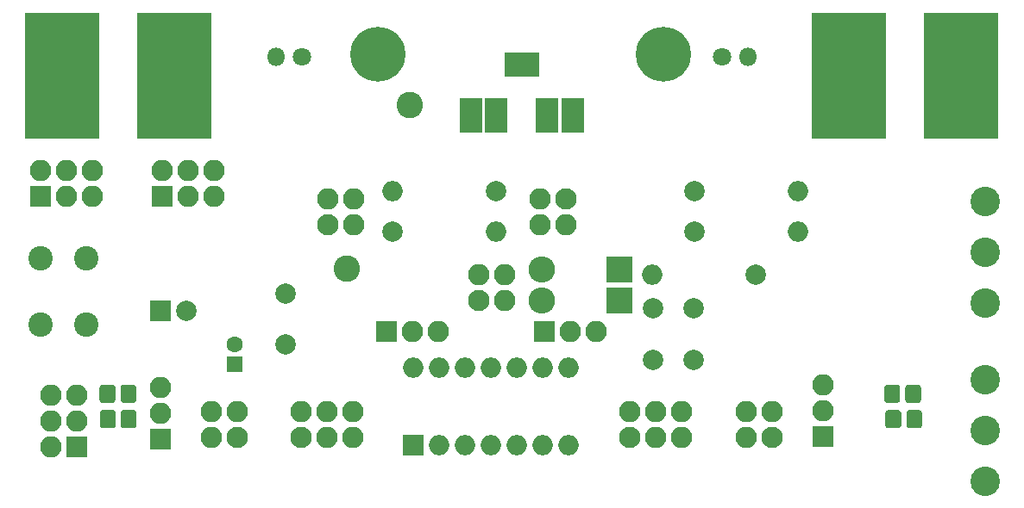
<source format=gbr>
G04 #@! TF.GenerationSoftware,KiCad,Pcbnew,(5.0.0)*
G04 #@! TF.CreationDate,2019-02-22T15:53:22+00:00*
G04 #@! TF.ProjectId,Digisynth,4469676973796E74682E6B696361645F,rev?*
G04 #@! TF.SameCoordinates,Original*
G04 #@! TF.FileFunction,Soldermask,Bot*
G04 #@! TF.FilePolarity,Negative*
%FSLAX46Y46*%
G04 Gerber Fmt 4.6, Leading zero omitted, Abs format (unit mm)*
G04 Created by KiCad (PCBNEW (5.0.0)) date 02/22/19 15:53:22*
%MOMM*%
%LPD*%
G01*
G04 APERTURE LIST*
%ADD10R,2.200000X3.400000*%
%ADD11R,3.400000X2.400000*%
%ADD12C,2.900000*%
%ADD13C,0.100000*%
%ADD14C,1.550000*%
%ADD15C,2.000000*%
%ADD16O,2.000000X2.000000*%
%ADD17O,2.600000X2.600000*%
%ADD18R,2.600000X2.600000*%
%ADD19O,2.100000X2.100000*%
%ADD20R,2.100000X2.100000*%
%ADD21C,2.100000*%
%ADD22C,5.400000*%
%ADD23R,1.600000X1.600000*%
%ADD24C,1.600000*%
%ADD25R,2.000000X2.000000*%
%ADD26O,1.800000X1.800000*%
%ADD27C,1.800000*%
%ADD28C,2.400000*%
%ADD29R,7.400000X12.400000*%
%ADD30C,2.600000*%
G04 APERTURE END LIST*
D10*
G04 #@! TO.C,J12*
X53500000Y-10000000D03*
X56000000Y-10000000D03*
X48500000Y-10000000D03*
X46000000Y-10000000D03*
D11*
X51000000Y-5000000D03*
G04 #@! TD*
D12*
G04 #@! TO.C,RV1*
X96500000Y-46000000D03*
X96500000Y-41000000D03*
X96500000Y-36000000D03*
G04 #@! TD*
D13*
G04 #@! TO.C,D4*
G36*
X12871071Y-36501623D02*
X12903781Y-36506475D01*
X12935857Y-36514509D01*
X12966991Y-36525649D01*
X12996884Y-36539787D01*
X13025247Y-36556787D01*
X13051807Y-36576485D01*
X13076308Y-36598692D01*
X13098515Y-36623193D01*
X13118213Y-36649753D01*
X13135213Y-36678116D01*
X13149351Y-36708009D01*
X13160491Y-36739143D01*
X13168525Y-36771219D01*
X13173377Y-36803929D01*
X13175000Y-36836956D01*
X13175000Y-37963044D01*
X13173377Y-37996071D01*
X13168525Y-38028781D01*
X13160491Y-38060857D01*
X13149351Y-38091991D01*
X13135213Y-38121884D01*
X13118213Y-38150247D01*
X13098515Y-38176807D01*
X13076308Y-38201308D01*
X13051807Y-38223515D01*
X13025247Y-38243213D01*
X12996884Y-38260213D01*
X12966991Y-38274351D01*
X12935857Y-38285491D01*
X12903781Y-38293525D01*
X12871071Y-38298377D01*
X12838044Y-38300000D01*
X11961956Y-38300000D01*
X11928929Y-38298377D01*
X11896219Y-38293525D01*
X11864143Y-38285491D01*
X11833009Y-38274351D01*
X11803116Y-38260213D01*
X11774753Y-38243213D01*
X11748193Y-38223515D01*
X11723692Y-38201308D01*
X11701485Y-38176807D01*
X11681787Y-38150247D01*
X11664787Y-38121884D01*
X11650649Y-38091991D01*
X11639509Y-38060857D01*
X11631475Y-38028781D01*
X11626623Y-37996071D01*
X11625000Y-37963044D01*
X11625000Y-36836956D01*
X11626623Y-36803929D01*
X11631475Y-36771219D01*
X11639509Y-36739143D01*
X11650649Y-36708009D01*
X11664787Y-36678116D01*
X11681787Y-36649753D01*
X11701485Y-36623193D01*
X11723692Y-36598692D01*
X11748193Y-36576485D01*
X11774753Y-36556787D01*
X11803116Y-36539787D01*
X11833009Y-36525649D01*
X11864143Y-36514509D01*
X11896219Y-36506475D01*
X11928929Y-36501623D01*
X11961956Y-36500000D01*
X12838044Y-36500000D01*
X12871071Y-36501623D01*
X12871071Y-36501623D01*
G37*
D14*
X12400000Y-37400000D03*
D13*
G36*
X10821071Y-36501623D02*
X10853781Y-36506475D01*
X10885857Y-36514509D01*
X10916991Y-36525649D01*
X10946884Y-36539787D01*
X10975247Y-36556787D01*
X11001807Y-36576485D01*
X11026308Y-36598692D01*
X11048515Y-36623193D01*
X11068213Y-36649753D01*
X11085213Y-36678116D01*
X11099351Y-36708009D01*
X11110491Y-36739143D01*
X11118525Y-36771219D01*
X11123377Y-36803929D01*
X11125000Y-36836956D01*
X11125000Y-37963044D01*
X11123377Y-37996071D01*
X11118525Y-38028781D01*
X11110491Y-38060857D01*
X11099351Y-38091991D01*
X11085213Y-38121884D01*
X11068213Y-38150247D01*
X11048515Y-38176807D01*
X11026308Y-38201308D01*
X11001807Y-38223515D01*
X10975247Y-38243213D01*
X10946884Y-38260213D01*
X10916991Y-38274351D01*
X10885857Y-38285491D01*
X10853781Y-38293525D01*
X10821071Y-38298377D01*
X10788044Y-38300000D01*
X9911956Y-38300000D01*
X9878929Y-38298377D01*
X9846219Y-38293525D01*
X9814143Y-38285491D01*
X9783009Y-38274351D01*
X9753116Y-38260213D01*
X9724753Y-38243213D01*
X9698193Y-38223515D01*
X9673692Y-38201308D01*
X9651485Y-38176807D01*
X9631787Y-38150247D01*
X9614787Y-38121884D01*
X9600649Y-38091991D01*
X9589509Y-38060857D01*
X9581475Y-38028781D01*
X9576623Y-37996071D01*
X9575000Y-37963044D01*
X9575000Y-36836956D01*
X9576623Y-36803929D01*
X9581475Y-36771219D01*
X9589509Y-36739143D01*
X9600649Y-36708009D01*
X9614787Y-36678116D01*
X9631787Y-36649753D01*
X9651485Y-36623193D01*
X9673692Y-36598692D01*
X9698193Y-36576485D01*
X9724753Y-36556787D01*
X9753116Y-36539787D01*
X9783009Y-36525649D01*
X9814143Y-36514509D01*
X9846219Y-36506475D01*
X9878929Y-36501623D01*
X9911956Y-36500000D01*
X10788044Y-36500000D01*
X10821071Y-36501623D01*
X10821071Y-36501623D01*
G37*
D14*
X10350000Y-37400000D03*
G04 #@! TD*
D13*
G04 #@! TO.C,D3*
G36*
X87846071Y-36501623D02*
X87878781Y-36506475D01*
X87910857Y-36514509D01*
X87941991Y-36525649D01*
X87971884Y-36539787D01*
X88000247Y-36556787D01*
X88026807Y-36576485D01*
X88051308Y-36598692D01*
X88073515Y-36623193D01*
X88093213Y-36649753D01*
X88110213Y-36678116D01*
X88124351Y-36708009D01*
X88135491Y-36739143D01*
X88143525Y-36771219D01*
X88148377Y-36803929D01*
X88150000Y-36836956D01*
X88150000Y-37963044D01*
X88148377Y-37996071D01*
X88143525Y-38028781D01*
X88135491Y-38060857D01*
X88124351Y-38091991D01*
X88110213Y-38121884D01*
X88093213Y-38150247D01*
X88073515Y-38176807D01*
X88051308Y-38201308D01*
X88026807Y-38223515D01*
X88000247Y-38243213D01*
X87971884Y-38260213D01*
X87941991Y-38274351D01*
X87910857Y-38285491D01*
X87878781Y-38293525D01*
X87846071Y-38298377D01*
X87813044Y-38300000D01*
X86936956Y-38300000D01*
X86903929Y-38298377D01*
X86871219Y-38293525D01*
X86839143Y-38285491D01*
X86808009Y-38274351D01*
X86778116Y-38260213D01*
X86749753Y-38243213D01*
X86723193Y-38223515D01*
X86698692Y-38201308D01*
X86676485Y-38176807D01*
X86656787Y-38150247D01*
X86639787Y-38121884D01*
X86625649Y-38091991D01*
X86614509Y-38060857D01*
X86606475Y-38028781D01*
X86601623Y-37996071D01*
X86600000Y-37963044D01*
X86600000Y-36836956D01*
X86601623Y-36803929D01*
X86606475Y-36771219D01*
X86614509Y-36739143D01*
X86625649Y-36708009D01*
X86639787Y-36678116D01*
X86656787Y-36649753D01*
X86676485Y-36623193D01*
X86698692Y-36598692D01*
X86723193Y-36576485D01*
X86749753Y-36556787D01*
X86778116Y-36539787D01*
X86808009Y-36525649D01*
X86839143Y-36514509D01*
X86871219Y-36506475D01*
X86903929Y-36501623D01*
X86936956Y-36500000D01*
X87813044Y-36500000D01*
X87846071Y-36501623D01*
X87846071Y-36501623D01*
G37*
D14*
X87375000Y-37400000D03*
D13*
G36*
X89896071Y-36501623D02*
X89928781Y-36506475D01*
X89960857Y-36514509D01*
X89991991Y-36525649D01*
X90021884Y-36539787D01*
X90050247Y-36556787D01*
X90076807Y-36576485D01*
X90101308Y-36598692D01*
X90123515Y-36623193D01*
X90143213Y-36649753D01*
X90160213Y-36678116D01*
X90174351Y-36708009D01*
X90185491Y-36739143D01*
X90193525Y-36771219D01*
X90198377Y-36803929D01*
X90200000Y-36836956D01*
X90200000Y-37963044D01*
X90198377Y-37996071D01*
X90193525Y-38028781D01*
X90185491Y-38060857D01*
X90174351Y-38091991D01*
X90160213Y-38121884D01*
X90143213Y-38150247D01*
X90123515Y-38176807D01*
X90101308Y-38201308D01*
X90076807Y-38223515D01*
X90050247Y-38243213D01*
X90021884Y-38260213D01*
X89991991Y-38274351D01*
X89960857Y-38285491D01*
X89928781Y-38293525D01*
X89896071Y-38298377D01*
X89863044Y-38300000D01*
X88986956Y-38300000D01*
X88953929Y-38298377D01*
X88921219Y-38293525D01*
X88889143Y-38285491D01*
X88858009Y-38274351D01*
X88828116Y-38260213D01*
X88799753Y-38243213D01*
X88773193Y-38223515D01*
X88748692Y-38201308D01*
X88726485Y-38176807D01*
X88706787Y-38150247D01*
X88689787Y-38121884D01*
X88675649Y-38091991D01*
X88664509Y-38060857D01*
X88656475Y-38028781D01*
X88651623Y-37996071D01*
X88650000Y-37963044D01*
X88650000Y-36836956D01*
X88651623Y-36803929D01*
X88656475Y-36771219D01*
X88664509Y-36739143D01*
X88675649Y-36708009D01*
X88689787Y-36678116D01*
X88706787Y-36649753D01*
X88726485Y-36623193D01*
X88748692Y-36598692D01*
X88773193Y-36576485D01*
X88799753Y-36556787D01*
X88828116Y-36539787D01*
X88858009Y-36525649D01*
X88889143Y-36514509D01*
X88921219Y-36506475D01*
X88953929Y-36501623D01*
X88986956Y-36500000D01*
X89863044Y-36500000D01*
X89896071Y-36501623D01*
X89896071Y-36501623D01*
G37*
D14*
X89425000Y-37400000D03*
G04 #@! TD*
D13*
G04 #@! TO.C,R9*
G36*
X87946071Y-39001623D02*
X87978781Y-39006475D01*
X88010857Y-39014509D01*
X88041991Y-39025649D01*
X88071884Y-39039787D01*
X88100247Y-39056787D01*
X88126807Y-39076485D01*
X88151308Y-39098692D01*
X88173515Y-39123193D01*
X88193213Y-39149753D01*
X88210213Y-39178116D01*
X88224351Y-39208009D01*
X88235491Y-39239143D01*
X88243525Y-39271219D01*
X88248377Y-39303929D01*
X88250000Y-39336956D01*
X88250000Y-40463044D01*
X88248377Y-40496071D01*
X88243525Y-40528781D01*
X88235491Y-40560857D01*
X88224351Y-40591991D01*
X88210213Y-40621884D01*
X88193213Y-40650247D01*
X88173515Y-40676807D01*
X88151308Y-40701308D01*
X88126807Y-40723515D01*
X88100247Y-40743213D01*
X88071884Y-40760213D01*
X88041991Y-40774351D01*
X88010857Y-40785491D01*
X87978781Y-40793525D01*
X87946071Y-40798377D01*
X87913044Y-40800000D01*
X87036956Y-40800000D01*
X87003929Y-40798377D01*
X86971219Y-40793525D01*
X86939143Y-40785491D01*
X86908009Y-40774351D01*
X86878116Y-40760213D01*
X86849753Y-40743213D01*
X86823193Y-40723515D01*
X86798692Y-40701308D01*
X86776485Y-40676807D01*
X86756787Y-40650247D01*
X86739787Y-40621884D01*
X86725649Y-40591991D01*
X86714509Y-40560857D01*
X86706475Y-40528781D01*
X86701623Y-40496071D01*
X86700000Y-40463044D01*
X86700000Y-39336956D01*
X86701623Y-39303929D01*
X86706475Y-39271219D01*
X86714509Y-39239143D01*
X86725649Y-39208009D01*
X86739787Y-39178116D01*
X86756787Y-39149753D01*
X86776485Y-39123193D01*
X86798692Y-39098692D01*
X86823193Y-39076485D01*
X86849753Y-39056787D01*
X86878116Y-39039787D01*
X86908009Y-39025649D01*
X86939143Y-39014509D01*
X86971219Y-39006475D01*
X87003929Y-39001623D01*
X87036956Y-39000000D01*
X87913044Y-39000000D01*
X87946071Y-39001623D01*
X87946071Y-39001623D01*
G37*
D14*
X87475000Y-39900000D03*
D13*
G36*
X89996071Y-39001623D02*
X90028781Y-39006475D01*
X90060857Y-39014509D01*
X90091991Y-39025649D01*
X90121884Y-39039787D01*
X90150247Y-39056787D01*
X90176807Y-39076485D01*
X90201308Y-39098692D01*
X90223515Y-39123193D01*
X90243213Y-39149753D01*
X90260213Y-39178116D01*
X90274351Y-39208009D01*
X90285491Y-39239143D01*
X90293525Y-39271219D01*
X90298377Y-39303929D01*
X90300000Y-39336956D01*
X90300000Y-40463044D01*
X90298377Y-40496071D01*
X90293525Y-40528781D01*
X90285491Y-40560857D01*
X90274351Y-40591991D01*
X90260213Y-40621884D01*
X90243213Y-40650247D01*
X90223515Y-40676807D01*
X90201308Y-40701308D01*
X90176807Y-40723515D01*
X90150247Y-40743213D01*
X90121884Y-40760213D01*
X90091991Y-40774351D01*
X90060857Y-40785491D01*
X90028781Y-40793525D01*
X89996071Y-40798377D01*
X89963044Y-40800000D01*
X89086956Y-40800000D01*
X89053929Y-40798377D01*
X89021219Y-40793525D01*
X88989143Y-40785491D01*
X88958009Y-40774351D01*
X88928116Y-40760213D01*
X88899753Y-40743213D01*
X88873193Y-40723515D01*
X88848692Y-40701308D01*
X88826485Y-40676807D01*
X88806787Y-40650247D01*
X88789787Y-40621884D01*
X88775649Y-40591991D01*
X88764509Y-40560857D01*
X88756475Y-40528781D01*
X88751623Y-40496071D01*
X88750000Y-40463044D01*
X88750000Y-39336956D01*
X88751623Y-39303929D01*
X88756475Y-39271219D01*
X88764509Y-39239143D01*
X88775649Y-39208009D01*
X88789787Y-39178116D01*
X88806787Y-39149753D01*
X88826485Y-39123193D01*
X88848692Y-39098692D01*
X88873193Y-39076485D01*
X88899753Y-39056787D01*
X88928116Y-39039787D01*
X88958009Y-39025649D01*
X88989143Y-39014509D01*
X89021219Y-39006475D01*
X89053929Y-39001623D01*
X89086956Y-39000000D01*
X89963044Y-39000000D01*
X89996071Y-39001623D01*
X89996071Y-39001623D01*
G37*
D14*
X89525000Y-39900000D03*
G04 #@! TD*
D13*
G04 #@! TO.C,R10*
G36*
X12896071Y-39001623D02*
X12928781Y-39006475D01*
X12960857Y-39014509D01*
X12991991Y-39025649D01*
X13021884Y-39039787D01*
X13050247Y-39056787D01*
X13076807Y-39076485D01*
X13101308Y-39098692D01*
X13123515Y-39123193D01*
X13143213Y-39149753D01*
X13160213Y-39178116D01*
X13174351Y-39208009D01*
X13185491Y-39239143D01*
X13193525Y-39271219D01*
X13198377Y-39303929D01*
X13200000Y-39336956D01*
X13200000Y-40463044D01*
X13198377Y-40496071D01*
X13193525Y-40528781D01*
X13185491Y-40560857D01*
X13174351Y-40591991D01*
X13160213Y-40621884D01*
X13143213Y-40650247D01*
X13123515Y-40676807D01*
X13101308Y-40701308D01*
X13076807Y-40723515D01*
X13050247Y-40743213D01*
X13021884Y-40760213D01*
X12991991Y-40774351D01*
X12960857Y-40785491D01*
X12928781Y-40793525D01*
X12896071Y-40798377D01*
X12863044Y-40800000D01*
X11986956Y-40800000D01*
X11953929Y-40798377D01*
X11921219Y-40793525D01*
X11889143Y-40785491D01*
X11858009Y-40774351D01*
X11828116Y-40760213D01*
X11799753Y-40743213D01*
X11773193Y-40723515D01*
X11748692Y-40701308D01*
X11726485Y-40676807D01*
X11706787Y-40650247D01*
X11689787Y-40621884D01*
X11675649Y-40591991D01*
X11664509Y-40560857D01*
X11656475Y-40528781D01*
X11651623Y-40496071D01*
X11650000Y-40463044D01*
X11650000Y-39336956D01*
X11651623Y-39303929D01*
X11656475Y-39271219D01*
X11664509Y-39239143D01*
X11675649Y-39208009D01*
X11689787Y-39178116D01*
X11706787Y-39149753D01*
X11726485Y-39123193D01*
X11748692Y-39098692D01*
X11773193Y-39076485D01*
X11799753Y-39056787D01*
X11828116Y-39039787D01*
X11858009Y-39025649D01*
X11889143Y-39014509D01*
X11921219Y-39006475D01*
X11953929Y-39001623D01*
X11986956Y-39000000D01*
X12863044Y-39000000D01*
X12896071Y-39001623D01*
X12896071Y-39001623D01*
G37*
D14*
X12425000Y-39900000D03*
D13*
G36*
X10846071Y-39001623D02*
X10878781Y-39006475D01*
X10910857Y-39014509D01*
X10941991Y-39025649D01*
X10971884Y-39039787D01*
X11000247Y-39056787D01*
X11026807Y-39076485D01*
X11051308Y-39098692D01*
X11073515Y-39123193D01*
X11093213Y-39149753D01*
X11110213Y-39178116D01*
X11124351Y-39208009D01*
X11135491Y-39239143D01*
X11143525Y-39271219D01*
X11148377Y-39303929D01*
X11150000Y-39336956D01*
X11150000Y-40463044D01*
X11148377Y-40496071D01*
X11143525Y-40528781D01*
X11135491Y-40560857D01*
X11124351Y-40591991D01*
X11110213Y-40621884D01*
X11093213Y-40650247D01*
X11073515Y-40676807D01*
X11051308Y-40701308D01*
X11026807Y-40723515D01*
X11000247Y-40743213D01*
X10971884Y-40760213D01*
X10941991Y-40774351D01*
X10910857Y-40785491D01*
X10878781Y-40793525D01*
X10846071Y-40798377D01*
X10813044Y-40800000D01*
X9936956Y-40800000D01*
X9903929Y-40798377D01*
X9871219Y-40793525D01*
X9839143Y-40785491D01*
X9808009Y-40774351D01*
X9778116Y-40760213D01*
X9749753Y-40743213D01*
X9723193Y-40723515D01*
X9698692Y-40701308D01*
X9676485Y-40676807D01*
X9656787Y-40650247D01*
X9639787Y-40621884D01*
X9625649Y-40591991D01*
X9614509Y-40560857D01*
X9606475Y-40528781D01*
X9601623Y-40496071D01*
X9600000Y-40463044D01*
X9600000Y-39336956D01*
X9601623Y-39303929D01*
X9606475Y-39271219D01*
X9614509Y-39239143D01*
X9625649Y-39208009D01*
X9639787Y-39178116D01*
X9656787Y-39149753D01*
X9676485Y-39123193D01*
X9698692Y-39098692D01*
X9723193Y-39076485D01*
X9749753Y-39056787D01*
X9778116Y-39039787D01*
X9808009Y-39025649D01*
X9839143Y-39014509D01*
X9871219Y-39006475D01*
X9903929Y-39001623D01*
X9936956Y-39000000D01*
X10813044Y-39000000D01*
X10846071Y-39001623D01*
X10846071Y-39001623D01*
G37*
D14*
X10375000Y-39900000D03*
G04 #@! TD*
D15*
G04 #@! TO.C,R8*
X48500000Y-17500000D03*
D16*
X38340000Y-17500000D03*
G04 #@! TD*
G04 #@! TO.C,R7*
X48500000Y-21500000D03*
D15*
X38340000Y-21500000D03*
G04 #@! TD*
D16*
G04 #@! TO.C,R2*
X63840000Y-25700000D03*
D15*
X74000000Y-25700000D03*
G04 #@! TD*
G04 #@! TO.C,R5*
X67990000Y-17500000D03*
D16*
X78150000Y-17500000D03*
G04 #@! TD*
D15*
G04 #@! TO.C,R6*
X68000000Y-21500000D03*
D16*
X78160000Y-21500000D03*
G04 #@! TD*
D17*
G04 #@! TO.C,D5*
X52980000Y-28200000D03*
D18*
X60600000Y-28200000D03*
G04 #@! TD*
D19*
G04 #@! TO.C,J7*
X80590000Y-36535000D03*
X80590000Y-39075000D03*
D20*
X80590000Y-41615000D03*
G04 #@! TD*
D19*
G04 #@! TO.C,J2*
X15590000Y-36745000D03*
X15590000Y-39285000D03*
D20*
X15590000Y-41825000D03*
G04 #@! TD*
D21*
G04 #@! TO.C,J3*
X29340000Y-41735000D03*
D19*
X29340000Y-39195000D03*
X31880000Y-41735000D03*
X31880000Y-39195000D03*
X34420000Y-41735000D03*
X34420000Y-39195000D03*
G04 #@! TD*
D21*
G04 #@! TO.C,J6*
X61640000Y-41735000D03*
D19*
X61640000Y-39195000D03*
X64180000Y-41735000D03*
X64180000Y-39195000D03*
X66720000Y-41735000D03*
X66720000Y-39195000D03*
G04 #@! TD*
D20*
G04 #@! TO.C,J9*
X15750000Y-18000000D03*
D19*
X15750000Y-15460000D03*
X18290000Y-18000000D03*
X18290000Y-15460000D03*
X20830000Y-18000000D03*
X20830000Y-15460000D03*
G04 #@! TD*
D20*
G04 #@! TO.C,J10*
X3750000Y-18000000D03*
D19*
X3750000Y-15460000D03*
X6290000Y-18000000D03*
X6290000Y-15460000D03*
X8830000Y-18000000D03*
X8830000Y-15460000D03*
G04 #@! TD*
G04 #@! TO.C,J11*
X34540000Y-18260000D03*
X34540000Y-20800000D03*
X32000000Y-18260000D03*
D21*
X32000000Y-20800000D03*
G04 #@! TD*
D19*
G04 #@! TO.C,J1*
X20550000Y-39195000D03*
X23090000Y-39195000D03*
X20550000Y-41735000D03*
D21*
X23090000Y-41735000D03*
G04 #@! TD*
D19*
G04 #@! TO.C,J8*
X52840000Y-20785000D03*
X52840000Y-18245000D03*
X55380000Y-20785000D03*
D21*
X55380000Y-18245000D03*
G04 #@! TD*
D19*
G04 #@! TO.C,J4*
X49340000Y-25660000D03*
X49340000Y-28200000D03*
X46800000Y-25660000D03*
D21*
X46800000Y-28200000D03*
G04 #@! TD*
D19*
G04 #@! TO.C,J5*
X73000000Y-39195000D03*
X75540000Y-39195000D03*
X73000000Y-41735000D03*
D21*
X75540000Y-41735000D03*
G04 #@! TD*
D22*
G04 #@! TO.C,BT1*
X64912501Y-4000000D03*
X36912501Y-4000000D03*
G04 #@! TD*
D18*
G04 #@! TO.C,D1*
X60600000Y-25200000D03*
D17*
X52980000Y-25200000D03*
G04 #@! TD*
D19*
G04 #@! TO.C,SW2*
X4760000Y-37520000D03*
X7300000Y-37520000D03*
X4760000Y-40060000D03*
X7300000Y-40060000D03*
X4760000Y-42600000D03*
D20*
X7300000Y-42600000D03*
G04 #@! TD*
D12*
G04 #@! TO.C,RV2*
X96500000Y-28500000D03*
X96500000Y-23500000D03*
X96500000Y-18500000D03*
G04 #@! TD*
D23*
G04 #@! TO.C,C1*
X22840000Y-34535000D03*
D24*
X22840000Y-32535000D03*
G04 #@! TD*
D15*
G04 #@! TO.C,C2*
X27840000Y-32535000D03*
X27840000Y-27535000D03*
G04 #@! TD*
G04 #@! TO.C,C3*
X63890000Y-29035000D03*
X63890000Y-34035000D03*
G04 #@! TD*
G04 #@! TO.C,C4*
X67890000Y-34035000D03*
X67890000Y-29035000D03*
G04 #@! TD*
D25*
G04 #@! TO.C,C5*
X15590000Y-29285000D03*
D15*
X18090000Y-29285000D03*
G04 #@! TD*
D26*
G04 #@! TO.C,R1*
X26860000Y-4300000D03*
D27*
X29400000Y-4300000D03*
G04 #@! TD*
G04 #@! TO.C,R3*
X70700000Y-4300000D03*
D26*
X73240000Y-4300000D03*
G04 #@! TD*
D28*
G04 #@! TO.C,SW1*
X8275000Y-30585000D03*
X3775000Y-30585000D03*
X8275000Y-24085000D03*
X3775000Y-24085000D03*
G04 #@! TD*
D29*
G04 #@! TO.C,TP1*
X5900000Y-6100000D03*
X16900000Y-6100000D03*
G04 #@! TD*
G04 #@! TO.C,TP2*
X94100000Y-6100000D03*
X83100000Y-6100000D03*
G04 #@! TD*
D25*
G04 #@! TO.C,U1*
X40390000Y-42435000D03*
D16*
X55630000Y-34815000D03*
X42930000Y-42435000D03*
X53090000Y-34815000D03*
X45470000Y-42435000D03*
X50550000Y-34815000D03*
X48010000Y-42435000D03*
X48010000Y-34815000D03*
X50550000Y-42435000D03*
X45470000Y-34815000D03*
X53090000Y-42435000D03*
X42930000Y-34815000D03*
X55630000Y-42435000D03*
X40390000Y-34815000D03*
G04 #@! TD*
D30*
G04 #@! TO.C,J13*
X33800000Y-25100000D03*
G04 #@! TD*
G04 #@! TO.C,J14*
X40000000Y-9000000D03*
G04 #@! TD*
D20*
G04 #@! TO.C,J15*
X37750000Y-31250000D03*
D19*
X40290000Y-31250000D03*
X42830000Y-31250000D03*
G04 #@! TD*
G04 #@! TO.C,J16*
X58330000Y-31250000D03*
X55790000Y-31250000D03*
D20*
X53250000Y-31250000D03*
G04 #@! TD*
M02*

</source>
